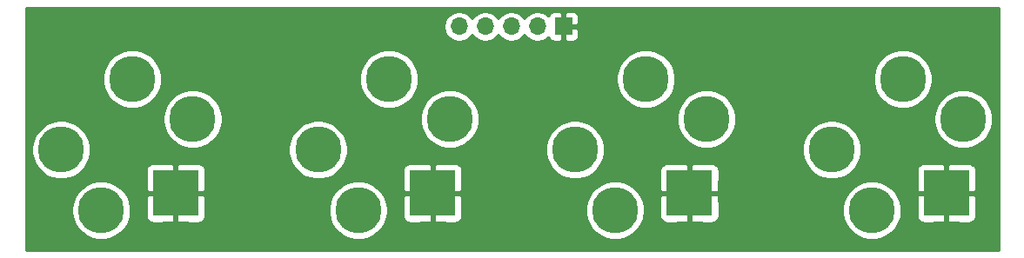
<source format=gbr>
G04 #@! TF.GenerationSoftware,KiCad,Pcbnew,5.1.6-c6e7f7d~87~ubuntu20.04.1*
G04 #@! TF.CreationDate,2020-10-18T21:18:21-04:00*
G04 #@! TF.ProjectId,jackboard4,6a61636b-626f-4617-9264-342e6b696361,rev?*
G04 #@! TF.SameCoordinates,Original*
G04 #@! TF.FileFunction,Copper,L2,Bot*
G04 #@! TF.FilePolarity,Positive*
%FSLAX46Y46*%
G04 Gerber Fmt 4.6, Leading zero omitted, Abs format (unit mm)*
G04 Created by KiCad (PCBNEW 5.1.6-c6e7f7d~87~ubuntu20.04.1) date 2020-10-18 21:18:21*
%MOMM*%
%LPD*%
G01*
G04 APERTURE LIST*
G04 #@! TA.AperFunction,ComponentPad*
%ADD10C,4.500001*%
G04 #@! TD*
G04 #@! TA.AperFunction,ComponentPad*
%ADD11C,4.500000*%
G04 #@! TD*
G04 #@! TA.AperFunction,ComponentPad*
%ADD12R,4.500001X4.500001*%
G04 #@! TD*
G04 #@! TA.AperFunction,ComponentPad*
%ADD13O,1.700000X1.700000*%
G04 #@! TD*
G04 #@! TA.AperFunction,ComponentPad*
%ADD14R,1.700000X1.700000*%
G04 #@! TD*
G04 #@! TA.AperFunction,Conductor*
%ADD15C,0.254000*%
G04 #@! TD*
G04 APERTURE END LIST*
D10*
X215010000Y-201410000D03*
D11*
X223910000Y-192510000D03*
D10*
X211110000Y-195510000D03*
D12*
X222250000Y-199750000D03*
D11*
X218010000Y-188610000D03*
D10*
X240010000Y-201410000D03*
D11*
X248910000Y-192510000D03*
D10*
X236110000Y-195510000D03*
D12*
X247250000Y-199750000D03*
D11*
X243010000Y-188610000D03*
D10*
X190010000Y-201410000D03*
D11*
X198910000Y-192510000D03*
D10*
X186110000Y-195510000D03*
D12*
X197250000Y-199750000D03*
D11*
X193010000Y-188610000D03*
D10*
X165010000Y-201410000D03*
D11*
X173910000Y-192510000D03*
D10*
X161110000Y-195510000D03*
D12*
X172250000Y-199750000D03*
D11*
X168010000Y-188610000D03*
D13*
X199840000Y-183500000D03*
X202380000Y-183500000D03*
X204920000Y-183500000D03*
X207460000Y-183500000D03*
D14*
X210000000Y-183500000D03*
D15*
G36*
X252340001Y-205340000D02*
G01*
X157660000Y-205340000D01*
X157660000Y-201125852D01*
X162125000Y-201125852D01*
X162125000Y-201694148D01*
X162235869Y-202251523D01*
X162453346Y-202776560D01*
X162769074Y-203249080D01*
X163170920Y-203650926D01*
X163643440Y-203966654D01*
X164168477Y-204184131D01*
X164725852Y-204295000D01*
X165294148Y-204295000D01*
X165851523Y-204184131D01*
X166376560Y-203966654D01*
X166849080Y-203650926D01*
X167250926Y-203249080D01*
X167566654Y-202776560D01*
X167784131Y-202251523D01*
X167834162Y-202000000D01*
X169361928Y-202000000D01*
X169374188Y-202124482D01*
X169410498Y-202244180D01*
X169469463Y-202354494D01*
X169548815Y-202451185D01*
X169645506Y-202530537D01*
X169755820Y-202589502D01*
X169875518Y-202625812D01*
X170000000Y-202638072D01*
X171964250Y-202635000D01*
X172123000Y-202476250D01*
X172123000Y-199877000D01*
X172377000Y-199877000D01*
X172377000Y-202476250D01*
X172535750Y-202635000D01*
X174500000Y-202638072D01*
X174624482Y-202625812D01*
X174744180Y-202589502D01*
X174854494Y-202530537D01*
X174951185Y-202451185D01*
X175030537Y-202354494D01*
X175089502Y-202244180D01*
X175125812Y-202124482D01*
X175138072Y-202000000D01*
X175136705Y-201125852D01*
X187125000Y-201125852D01*
X187125000Y-201694148D01*
X187235869Y-202251523D01*
X187453346Y-202776560D01*
X187769074Y-203249080D01*
X188170920Y-203650926D01*
X188643440Y-203966654D01*
X189168477Y-204184131D01*
X189725852Y-204295000D01*
X190294148Y-204295000D01*
X190851523Y-204184131D01*
X191376560Y-203966654D01*
X191849080Y-203650926D01*
X192250926Y-203249080D01*
X192566654Y-202776560D01*
X192784131Y-202251523D01*
X192834162Y-202000000D01*
X194361928Y-202000000D01*
X194374188Y-202124482D01*
X194410498Y-202244180D01*
X194469463Y-202354494D01*
X194548815Y-202451185D01*
X194645506Y-202530537D01*
X194755820Y-202589502D01*
X194875518Y-202625812D01*
X195000000Y-202638072D01*
X196964250Y-202635000D01*
X197123000Y-202476250D01*
X197123000Y-199877000D01*
X197377000Y-199877000D01*
X197377000Y-202476250D01*
X197535750Y-202635000D01*
X199500000Y-202638072D01*
X199624482Y-202625812D01*
X199744180Y-202589502D01*
X199854494Y-202530537D01*
X199951185Y-202451185D01*
X200030537Y-202354494D01*
X200089502Y-202244180D01*
X200125812Y-202124482D01*
X200138072Y-202000000D01*
X200136705Y-201125852D01*
X212125000Y-201125852D01*
X212125000Y-201694148D01*
X212235869Y-202251523D01*
X212453346Y-202776560D01*
X212769074Y-203249080D01*
X213170920Y-203650926D01*
X213643440Y-203966654D01*
X214168477Y-204184131D01*
X214725852Y-204295000D01*
X215294148Y-204295000D01*
X215851523Y-204184131D01*
X216376560Y-203966654D01*
X216849080Y-203650926D01*
X217250926Y-203249080D01*
X217566654Y-202776560D01*
X217784131Y-202251523D01*
X217834162Y-202000000D01*
X219361928Y-202000000D01*
X219374188Y-202124482D01*
X219410498Y-202244180D01*
X219469463Y-202354494D01*
X219548815Y-202451185D01*
X219645506Y-202530537D01*
X219755820Y-202589502D01*
X219875518Y-202625812D01*
X220000000Y-202638072D01*
X221964250Y-202635000D01*
X222123000Y-202476250D01*
X222123000Y-199877000D01*
X222377000Y-199877000D01*
X222377000Y-202476250D01*
X222535750Y-202635000D01*
X224500000Y-202638072D01*
X224624482Y-202625812D01*
X224744180Y-202589502D01*
X224854494Y-202530537D01*
X224951185Y-202451185D01*
X225030537Y-202354494D01*
X225089502Y-202244180D01*
X225125812Y-202124482D01*
X225138072Y-202000000D01*
X225136705Y-201125852D01*
X237125000Y-201125852D01*
X237125000Y-201694148D01*
X237235869Y-202251523D01*
X237453346Y-202776560D01*
X237769074Y-203249080D01*
X238170920Y-203650926D01*
X238643440Y-203966654D01*
X239168477Y-204184131D01*
X239725852Y-204295000D01*
X240294148Y-204295000D01*
X240851523Y-204184131D01*
X241376560Y-203966654D01*
X241849080Y-203650926D01*
X242250926Y-203249080D01*
X242566654Y-202776560D01*
X242784131Y-202251523D01*
X242834162Y-202000000D01*
X244361928Y-202000000D01*
X244374188Y-202124482D01*
X244410498Y-202244180D01*
X244469463Y-202354494D01*
X244548815Y-202451185D01*
X244645506Y-202530537D01*
X244755820Y-202589502D01*
X244875518Y-202625812D01*
X245000000Y-202638072D01*
X246964250Y-202635000D01*
X247123000Y-202476250D01*
X247123000Y-199877000D01*
X247377000Y-199877000D01*
X247377000Y-202476250D01*
X247535750Y-202635000D01*
X249500000Y-202638072D01*
X249624482Y-202625812D01*
X249744180Y-202589502D01*
X249854494Y-202530537D01*
X249951185Y-202451185D01*
X250030537Y-202354494D01*
X250089502Y-202244180D01*
X250125812Y-202124482D01*
X250138072Y-202000000D01*
X250135000Y-200035750D01*
X249976250Y-199877000D01*
X247377000Y-199877000D01*
X247123000Y-199877000D01*
X244523750Y-199877000D01*
X244365000Y-200035750D01*
X244361928Y-202000000D01*
X242834162Y-202000000D01*
X242895000Y-201694148D01*
X242895000Y-201125852D01*
X242784131Y-200568477D01*
X242566654Y-200043440D01*
X242250926Y-199570920D01*
X241849080Y-199169074D01*
X241376560Y-198853346D01*
X240851523Y-198635869D01*
X240294148Y-198525000D01*
X239725852Y-198525000D01*
X239168477Y-198635869D01*
X238643440Y-198853346D01*
X238170920Y-199169074D01*
X237769074Y-199570920D01*
X237453346Y-200043440D01*
X237235869Y-200568477D01*
X237125000Y-201125852D01*
X225136705Y-201125852D01*
X225135000Y-200035750D01*
X224976250Y-199877000D01*
X222377000Y-199877000D01*
X222123000Y-199877000D01*
X219523750Y-199877000D01*
X219365000Y-200035750D01*
X219361928Y-202000000D01*
X217834162Y-202000000D01*
X217895000Y-201694148D01*
X217895000Y-201125852D01*
X217784131Y-200568477D01*
X217566654Y-200043440D01*
X217250926Y-199570920D01*
X216849080Y-199169074D01*
X216376560Y-198853346D01*
X215851523Y-198635869D01*
X215294148Y-198525000D01*
X214725852Y-198525000D01*
X214168477Y-198635869D01*
X213643440Y-198853346D01*
X213170920Y-199169074D01*
X212769074Y-199570920D01*
X212453346Y-200043440D01*
X212235869Y-200568477D01*
X212125000Y-201125852D01*
X200136705Y-201125852D01*
X200135000Y-200035750D01*
X199976250Y-199877000D01*
X197377000Y-199877000D01*
X197123000Y-199877000D01*
X194523750Y-199877000D01*
X194365000Y-200035750D01*
X194361928Y-202000000D01*
X192834162Y-202000000D01*
X192895000Y-201694148D01*
X192895000Y-201125852D01*
X192784131Y-200568477D01*
X192566654Y-200043440D01*
X192250926Y-199570920D01*
X191849080Y-199169074D01*
X191376560Y-198853346D01*
X190851523Y-198635869D01*
X190294148Y-198525000D01*
X189725852Y-198525000D01*
X189168477Y-198635869D01*
X188643440Y-198853346D01*
X188170920Y-199169074D01*
X187769074Y-199570920D01*
X187453346Y-200043440D01*
X187235869Y-200568477D01*
X187125000Y-201125852D01*
X175136705Y-201125852D01*
X175135000Y-200035750D01*
X174976250Y-199877000D01*
X172377000Y-199877000D01*
X172123000Y-199877000D01*
X169523750Y-199877000D01*
X169365000Y-200035750D01*
X169361928Y-202000000D01*
X167834162Y-202000000D01*
X167895000Y-201694148D01*
X167895000Y-201125852D01*
X167784131Y-200568477D01*
X167566654Y-200043440D01*
X167250926Y-199570920D01*
X166849080Y-199169074D01*
X166376560Y-198853346D01*
X165851523Y-198635869D01*
X165294148Y-198525000D01*
X164725852Y-198525000D01*
X164168477Y-198635869D01*
X163643440Y-198853346D01*
X163170920Y-199169074D01*
X162769074Y-199570920D01*
X162453346Y-200043440D01*
X162235869Y-200568477D01*
X162125000Y-201125852D01*
X157660000Y-201125852D01*
X157660000Y-195225852D01*
X158225000Y-195225852D01*
X158225000Y-195794148D01*
X158335869Y-196351523D01*
X158553346Y-196876560D01*
X158869074Y-197349080D01*
X159270920Y-197750926D01*
X159743440Y-198066654D01*
X160268477Y-198284131D01*
X160825852Y-198395000D01*
X161394148Y-198395000D01*
X161951523Y-198284131D01*
X162476560Y-198066654D01*
X162949080Y-197750926D01*
X163200006Y-197500000D01*
X169361928Y-197500000D01*
X169365000Y-199464250D01*
X169523750Y-199623000D01*
X172123000Y-199623000D01*
X172123000Y-197023750D01*
X172377000Y-197023750D01*
X172377000Y-199623000D01*
X174976250Y-199623000D01*
X175135000Y-199464250D01*
X175138072Y-197500000D01*
X175125812Y-197375518D01*
X175089502Y-197255820D01*
X175030537Y-197145506D01*
X174951185Y-197048815D01*
X174854494Y-196969463D01*
X174744180Y-196910498D01*
X174624482Y-196874188D01*
X174500000Y-196861928D01*
X172535750Y-196865000D01*
X172377000Y-197023750D01*
X172123000Y-197023750D01*
X171964250Y-196865000D01*
X170000000Y-196861928D01*
X169875518Y-196874188D01*
X169755820Y-196910498D01*
X169645506Y-196969463D01*
X169548815Y-197048815D01*
X169469463Y-197145506D01*
X169410498Y-197255820D01*
X169374188Y-197375518D01*
X169361928Y-197500000D01*
X163200006Y-197500000D01*
X163350926Y-197349080D01*
X163666654Y-196876560D01*
X163884131Y-196351523D01*
X163995000Y-195794148D01*
X163995000Y-195225852D01*
X163884131Y-194668477D01*
X163666654Y-194143440D01*
X163350926Y-193670920D01*
X162949080Y-193269074D01*
X162476560Y-192953346D01*
X161951523Y-192735869D01*
X161394148Y-192625000D01*
X160825852Y-192625000D01*
X160268477Y-192735869D01*
X159743440Y-192953346D01*
X159270920Y-193269074D01*
X158869074Y-193670920D01*
X158553346Y-194143440D01*
X158335869Y-194668477D01*
X158225000Y-195225852D01*
X157660000Y-195225852D01*
X157660000Y-192225852D01*
X171025000Y-192225852D01*
X171025000Y-192794148D01*
X171135869Y-193351523D01*
X171353346Y-193876560D01*
X171669074Y-194349080D01*
X172070920Y-194750926D01*
X172543440Y-195066654D01*
X173068477Y-195284131D01*
X173625852Y-195395000D01*
X174194148Y-195395000D01*
X174751523Y-195284131D01*
X174892221Y-195225852D01*
X183225000Y-195225852D01*
X183225000Y-195794148D01*
X183335869Y-196351523D01*
X183553346Y-196876560D01*
X183869074Y-197349080D01*
X184270920Y-197750926D01*
X184743440Y-198066654D01*
X185268477Y-198284131D01*
X185825852Y-198395000D01*
X186394148Y-198395000D01*
X186951523Y-198284131D01*
X187476560Y-198066654D01*
X187949080Y-197750926D01*
X188200006Y-197500000D01*
X194361928Y-197500000D01*
X194365000Y-199464250D01*
X194523750Y-199623000D01*
X197123000Y-199623000D01*
X197123000Y-197023750D01*
X197377000Y-197023750D01*
X197377000Y-199623000D01*
X199976250Y-199623000D01*
X200135000Y-199464250D01*
X200138072Y-197500000D01*
X200125812Y-197375518D01*
X200089502Y-197255820D01*
X200030537Y-197145506D01*
X199951185Y-197048815D01*
X199854494Y-196969463D01*
X199744180Y-196910498D01*
X199624482Y-196874188D01*
X199500000Y-196861928D01*
X197535750Y-196865000D01*
X197377000Y-197023750D01*
X197123000Y-197023750D01*
X196964250Y-196865000D01*
X195000000Y-196861928D01*
X194875518Y-196874188D01*
X194755820Y-196910498D01*
X194645506Y-196969463D01*
X194548815Y-197048815D01*
X194469463Y-197145506D01*
X194410498Y-197255820D01*
X194374188Y-197375518D01*
X194361928Y-197500000D01*
X188200006Y-197500000D01*
X188350926Y-197349080D01*
X188666654Y-196876560D01*
X188884131Y-196351523D01*
X188995000Y-195794148D01*
X188995000Y-195225852D01*
X188884131Y-194668477D01*
X188666654Y-194143440D01*
X188350926Y-193670920D01*
X187949080Y-193269074D01*
X187476560Y-192953346D01*
X186951523Y-192735869D01*
X186394148Y-192625000D01*
X185825852Y-192625000D01*
X185268477Y-192735869D01*
X184743440Y-192953346D01*
X184270920Y-193269074D01*
X183869074Y-193670920D01*
X183553346Y-194143440D01*
X183335869Y-194668477D01*
X183225000Y-195225852D01*
X174892221Y-195225852D01*
X175276560Y-195066654D01*
X175749080Y-194750926D01*
X176150926Y-194349080D01*
X176466654Y-193876560D01*
X176684131Y-193351523D01*
X176795000Y-192794148D01*
X176795000Y-192225852D01*
X196025000Y-192225852D01*
X196025000Y-192794148D01*
X196135869Y-193351523D01*
X196353346Y-193876560D01*
X196669074Y-194349080D01*
X197070920Y-194750926D01*
X197543440Y-195066654D01*
X198068477Y-195284131D01*
X198625852Y-195395000D01*
X199194148Y-195395000D01*
X199751523Y-195284131D01*
X199892221Y-195225852D01*
X208225000Y-195225852D01*
X208225000Y-195794148D01*
X208335869Y-196351523D01*
X208553346Y-196876560D01*
X208869074Y-197349080D01*
X209270920Y-197750926D01*
X209743440Y-198066654D01*
X210268477Y-198284131D01*
X210825852Y-198395000D01*
X211394148Y-198395000D01*
X211951523Y-198284131D01*
X212476560Y-198066654D01*
X212949080Y-197750926D01*
X213200006Y-197500000D01*
X219361928Y-197500000D01*
X219365000Y-199464250D01*
X219523750Y-199623000D01*
X222123000Y-199623000D01*
X222123000Y-197023750D01*
X222377000Y-197023750D01*
X222377000Y-199623000D01*
X224976250Y-199623000D01*
X225135000Y-199464250D01*
X225138072Y-197500000D01*
X225125812Y-197375518D01*
X225089502Y-197255820D01*
X225030537Y-197145506D01*
X224951185Y-197048815D01*
X224854494Y-196969463D01*
X224744180Y-196910498D01*
X224624482Y-196874188D01*
X224500000Y-196861928D01*
X222535750Y-196865000D01*
X222377000Y-197023750D01*
X222123000Y-197023750D01*
X221964250Y-196865000D01*
X220000000Y-196861928D01*
X219875518Y-196874188D01*
X219755820Y-196910498D01*
X219645506Y-196969463D01*
X219548815Y-197048815D01*
X219469463Y-197145506D01*
X219410498Y-197255820D01*
X219374188Y-197375518D01*
X219361928Y-197500000D01*
X213200006Y-197500000D01*
X213350926Y-197349080D01*
X213666654Y-196876560D01*
X213884131Y-196351523D01*
X213995000Y-195794148D01*
X213995000Y-195225852D01*
X213884131Y-194668477D01*
X213666654Y-194143440D01*
X213350926Y-193670920D01*
X212949080Y-193269074D01*
X212476560Y-192953346D01*
X211951523Y-192735869D01*
X211394148Y-192625000D01*
X210825852Y-192625000D01*
X210268477Y-192735869D01*
X209743440Y-192953346D01*
X209270920Y-193269074D01*
X208869074Y-193670920D01*
X208553346Y-194143440D01*
X208335869Y-194668477D01*
X208225000Y-195225852D01*
X199892221Y-195225852D01*
X200276560Y-195066654D01*
X200749080Y-194750926D01*
X201150926Y-194349080D01*
X201466654Y-193876560D01*
X201684131Y-193351523D01*
X201795000Y-192794148D01*
X201795000Y-192225852D01*
X221025000Y-192225852D01*
X221025000Y-192794148D01*
X221135869Y-193351523D01*
X221353346Y-193876560D01*
X221669074Y-194349080D01*
X222070920Y-194750926D01*
X222543440Y-195066654D01*
X223068477Y-195284131D01*
X223625852Y-195395000D01*
X224194148Y-195395000D01*
X224751523Y-195284131D01*
X224892221Y-195225852D01*
X233225000Y-195225852D01*
X233225000Y-195794148D01*
X233335869Y-196351523D01*
X233553346Y-196876560D01*
X233869074Y-197349080D01*
X234270920Y-197750926D01*
X234743440Y-198066654D01*
X235268477Y-198284131D01*
X235825852Y-198395000D01*
X236394148Y-198395000D01*
X236951523Y-198284131D01*
X237476560Y-198066654D01*
X237949080Y-197750926D01*
X238200006Y-197500000D01*
X244361928Y-197500000D01*
X244365000Y-199464250D01*
X244523750Y-199623000D01*
X247123000Y-199623000D01*
X247123000Y-197023750D01*
X247377000Y-197023750D01*
X247377000Y-199623000D01*
X249976250Y-199623000D01*
X250135000Y-199464250D01*
X250138072Y-197500000D01*
X250125812Y-197375518D01*
X250089502Y-197255820D01*
X250030537Y-197145506D01*
X249951185Y-197048815D01*
X249854494Y-196969463D01*
X249744180Y-196910498D01*
X249624482Y-196874188D01*
X249500000Y-196861928D01*
X247535750Y-196865000D01*
X247377000Y-197023750D01*
X247123000Y-197023750D01*
X246964250Y-196865000D01*
X245000000Y-196861928D01*
X244875518Y-196874188D01*
X244755820Y-196910498D01*
X244645506Y-196969463D01*
X244548815Y-197048815D01*
X244469463Y-197145506D01*
X244410498Y-197255820D01*
X244374188Y-197375518D01*
X244361928Y-197500000D01*
X238200006Y-197500000D01*
X238350926Y-197349080D01*
X238666654Y-196876560D01*
X238884131Y-196351523D01*
X238995000Y-195794148D01*
X238995000Y-195225852D01*
X238884131Y-194668477D01*
X238666654Y-194143440D01*
X238350926Y-193670920D01*
X237949080Y-193269074D01*
X237476560Y-192953346D01*
X236951523Y-192735869D01*
X236394148Y-192625000D01*
X235825852Y-192625000D01*
X235268477Y-192735869D01*
X234743440Y-192953346D01*
X234270920Y-193269074D01*
X233869074Y-193670920D01*
X233553346Y-194143440D01*
X233335869Y-194668477D01*
X233225000Y-195225852D01*
X224892221Y-195225852D01*
X225276560Y-195066654D01*
X225749080Y-194750926D01*
X226150926Y-194349080D01*
X226466654Y-193876560D01*
X226684131Y-193351523D01*
X226795000Y-192794148D01*
X226795000Y-192225852D01*
X246025000Y-192225852D01*
X246025000Y-192794148D01*
X246135869Y-193351523D01*
X246353346Y-193876560D01*
X246669074Y-194349080D01*
X247070920Y-194750926D01*
X247543440Y-195066654D01*
X248068477Y-195284131D01*
X248625852Y-195395000D01*
X249194148Y-195395000D01*
X249751523Y-195284131D01*
X250276560Y-195066654D01*
X250749080Y-194750926D01*
X251150926Y-194349080D01*
X251466654Y-193876560D01*
X251684131Y-193351523D01*
X251795000Y-192794148D01*
X251795000Y-192225852D01*
X251684131Y-191668477D01*
X251466654Y-191143440D01*
X251150926Y-190670920D01*
X250749080Y-190269074D01*
X250276560Y-189953346D01*
X249751523Y-189735869D01*
X249194148Y-189625000D01*
X248625852Y-189625000D01*
X248068477Y-189735869D01*
X247543440Y-189953346D01*
X247070920Y-190269074D01*
X246669074Y-190670920D01*
X246353346Y-191143440D01*
X246135869Y-191668477D01*
X246025000Y-192225852D01*
X226795000Y-192225852D01*
X226684131Y-191668477D01*
X226466654Y-191143440D01*
X226150926Y-190670920D01*
X225749080Y-190269074D01*
X225276560Y-189953346D01*
X224751523Y-189735869D01*
X224194148Y-189625000D01*
X223625852Y-189625000D01*
X223068477Y-189735869D01*
X222543440Y-189953346D01*
X222070920Y-190269074D01*
X221669074Y-190670920D01*
X221353346Y-191143440D01*
X221135869Y-191668477D01*
X221025000Y-192225852D01*
X201795000Y-192225852D01*
X201684131Y-191668477D01*
X201466654Y-191143440D01*
X201150926Y-190670920D01*
X200749080Y-190269074D01*
X200276560Y-189953346D01*
X199751523Y-189735869D01*
X199194148Y-189625000D01*
X198625852Y-189625000D01*
X198068477Y-189735869D01*
X197543440Y-189953346D01*
X197070920Y-190269074D01*
X196669074Y-190670920D01*
X196353346Y-191143440D01*
X196135869Y-191668477D01*
X196025000Y-192225852D01*
X176795000Y-192225852D01*
X176684131Y-191668477D01*
X176466654Y-191143440D01*
X176150926Y-190670920D01*
X175749080Y-190269074D01*
X175276560Y-189953346D01*
X174751523Y-189735869D01*
X174194148Y-189625000D01*
X173625852Y-189625000D01*
X173068477Y-189735869D01*
X172543440Y-189953346D01*
X172070920Y-190269074D01*
X171669074Y-190670920D01*
X171353346Y-191143440D01*
X171135869Y-191668477D01*
X171025000Y-192225852D01*
X157660000Y-192225852D01*
X157660000Y-188325852D01*
X165125000Y-188325852D01*
X165125000Y-188894148D01*
X165235869Y-189451523D01*
X165453346Y-189976560D01*
X165769074Y-190449080D01*
X166170920Y-190850926D01*
X166643440Y-191166654D01*
X167168477Y-191384131D01*
X167725852Y-191495000D01*
X168294148Y-191495000D01*
X168851523Y-191384131D01*
X169376560Y-191166654D01*
X169849080Y-190850926D01*
X170250926Y-190449080D01*
X170566654Y-189976560D01*
X170784131Y-189451523D01*
X170895000Y-188894148D01*
X170895000Y-188325852D01*
X190125000Y-188325852D01*
X190125000Y-188894148D01*
X190235869Y-189451523D01*
X190453346Y-189976560D01*
X190769074Y-190449080D01*
X191170920Y-190850926D01*
X191643440Y-191166654D01*
X192168477Y-191384131D01*
X192725852Y-191495000D01*
X193294148Y-191495000D01*
X193851523Y-191384131D01*
X194376560Y-191166654D01*
X194849080Y-190850926D01*
X195250926Y-190449080D01*
X195566654Y-189976560D01*
X195784131Y-189451523D01*
X195895000Y-188894148D01*
X195895000Y-188325852D01*
X215125000Y-188325852D01*
X215125000Y-188894148D01*
X215235869Y-189451523D01*
X215453346Y-189976560D01*
X215769074Y-190449080D01*
X216170920Y-190850926D01*
X216643440Y-191166654D01*
X217168477Y-191384131D01*
X217725852Y-191495000D01*
X218294148Y-191495000D01*
X218851523Y-191384131D01*
X219376560Y-191166654D01*
X219849080Y-190850926D01*
X220250926Y-190449080D01*
X220566654Y-189976560D01*
X220784131Y-189451523D01*
X220895000Y-188894148D01*
X220895000Y-188325852D01*
X240125000Y-188325852D01*
X240125000Y-188894148D01*
X240235869Y-189451523D01*
X240453346Y-189976560D01*
X240769074Y-190449080D01*
X241170920Y-190850926D01*
X241643440Y-191166654D01*
X242168477Y-191384131D01*
X242725852Y-191495000D01*
X243294148Y-191495000D01*
X243851523Y-191384131D01*
X244376560Y-191166654D01*
X244849080Y-190850926D01*
X245250926Y-190449080D01*
X245566654Y-189976560D01*
X245784131Y-189451523D01*
X245895000Y-188894148D01*
X245895000Y-188325852D01*
X245784131Y-187768477D01*
X245566654Y-187243440D01*
X245250926Y-186770920D01*
X244849080Y-186369074D01*
X244376560Y-186053346D01*
X243851523Y-185835869D01*
X243294148Y-185725000D01*
X242725852Y-185725000D01*
X242168477Y-185835869D01*
X241643440Y-186053346D01*
X241170920Y-186369074D01*
X240769074Y-186770920D01*
X240453346Y-187243440D01*
X240235869Y-187768477D01*
X240125000Y-188325852D01*
X220895000Y-188325852D01*
X220784131Y-187768477D01*
X220566654Y-187243440D01*
X220250926Y-186770920D01*
X219849080Y-186369074D01*
X219376560Y-186053346D01*
X218851523Y-185835869D01*
X218294148Y-185725000D01*
X217725852Y-185725000D01*
X217168477Y-185835869D01*
X216643440Y-186053346D01*
X216170920Y-186369074D01*
X215769074Y-186770920D01*
X215453346Y-187243440D01*
X215235869Y-187768477D01*
X215125000Y-188325852D01*
X195895000Y-188325852D01*
X195784131Y-187768477D01*
X195566654Y-187243440D01*
X195250926Y-186770920D01*
X194849080Y-186369074D01*
X194376560Y-186053346D01*
X193851523Y-185835869D01*
X193294148Y-185725000D01*
X192725852Y-185725000D01*
X192168477Y-185835869D01*
X191643440Y-186053346D01*
X191170920Y-186369074D01*
X190769074Y-186770920D01*
X190453346Y-187243440D01*
X190235869Y-187768477D01*
X190125000Y-188325852D01*
X170895000Y-188325852D01*
X170784131Y-187768477D01*
X170566654Y-187243440D01*
X170250926Y-186770920D01*
X169849080Y-186369074D01*
X169376560Y-186053346D01*
X168851523Y-185835869D01*
X168294148Y-185725000D01*
X167725852Y-185725000D01*
X167168477Y-185835869D01*
X166643440Y-186053346D01*
X166170920Y-186369074D01*
X165769074Y-186770920D01*
X165453346Y-187243440D01*
X165235869Y-187768477D01*
X165125000Y-188325852D01*
X157660000Y-188325852D01*
X157660000Y-183353740D01*
X198355000Y-183353740D01*
X198355000Y-183646260D01*
X198412068Y-183933158D01*
X198524010Y-184203411D01*
X198686525Y-184446632D01*
X198893368Y-184653475D01*
X199136589Y-184815990D01*
X199406842Y-184927932D01*
X199693740Y-184985000D01*
X199986260Y-184985000D01*
X200273158Y-184927932D01*
X200543411Y-184815990D01*
X200786632Y-184653475D01*
X200993475Y-184446632D01*
X201110000Y-184272240D01*
X201226525Y-184446632D01*
X201433368Y-184653475D01*
X201676589Y-184815990D01*
X201946842Y-184927932D01*
X202233740Y-184985000D01*
X202526260Y-184985000D01*
X202813158Y-184927932D01*
X203083411Y-184815990D01*
X203326632Y-184653475D01*
X203533475Y-184446632D01*
X203650000Y-184272240D01*
X203766525Y-184446632D01*
X203973368Y-184653475D01*
X204216589Y-184815990D01*
X204486842Y-184927932D01*
X204773740Y-184985000D01*
X205066260Y-184985000D01*
X205353158Y-184927932D01*
X205623411Y-184815990D01*
X205866632Y-184653475D01*
X206073475Y-184446632D01*
X206190000Y-184272240D01*
X206306525Y-184446632D01*
X206513368Y-184653475D01*
X206756589Y-184815990D01*
X207026842Y-184927932D01*
X207313740Y-184985000D01*
X207606260Y-184985000D01*
X207893158Y-184927932D01*
X208163411Y-184815990D01*
X208406632Y-184653475D01*
X208538487Y-184521620D01*
X208560498Y-184594180D01*
X208619463Y-184704494D01*
X208698815Y-184801185D01*
X208795506Y-184880537D01*
X208905820Y-184939502D01*
X209025518Y-184975812D01*
X209150000Y-184988072D01*
X209714250Y-184985000D01*
X209873000Y-184826250D01*
X209873000Y-183627000D01*
X210127000Y-183627000D01*
X210127000Y-184826250D01*
X210285750Y-184985000D01*
X210850000Y-184988072D01*
X210974482Y-184975812D01*
X211094180Y-184939502D01*
X211204494Y-184880537D01*
X211301185Y-184801185D01*
X211380537Y-184704494D01*
X211439502Y-184594180D01*
X211475812Y-184474482D01*
X211488072Y-184350000D01*
X211485000Y-183785750D01*
X211326250Y-183627000D01*
X210127000Y-183627000D01*
X209873000Y-183627000D01*
X209853000Y-183627000D01*
X209853000Y-183373000D01*
X209873000Y-183373000D01*
X209873000Y-182173750D01*
X210127000Y-182173750D01*
X210127000Y-183373000D01*
X211326250Y-183373000D01*
X211485000Y-183214250D01*
X211488072Y-182650000D01*
X211475812Y-182525518D01*
X211439502Y-182405820D01*
X211380537Y-182295506D01*
X211301185Y-182198815D01*
X211204494Y-182119463D01*
X211094180Y-182060498D01*
X210974482Y-182024188D01*
X210850000Y-182011928D01*
X210285750Y-182015000D01*
X210127000Y-182173750D01*
X209873000Y-182173750D01*
X209714250Y-182015000D01*
X209150000Y-182011928D01*
X209025518Y-182024188D01*
X208905820Y-182060498D01*
X208795506Y-182119463D01*
X208698815Y-182198815D01*
X208619463Y-182295506D01*
X208560498Y-182405820D01*
X208538487Y-182478380D01*
X208406632Y-182346525D01*
X208163411Y-182184010D01*
X207893158Y-182072068D01*
X207606260Y-182015000D01*
X207313740Y-182015000D01*
X207026842Y-182072068D01*
X206756589Y-182184010D01*
X206513368Y-182346525D01*
X206306525Y-182553368D01*
X206190000Y-182727760D01*
X206073475Y-182553368D01*
X205866632Y-182346525D01*
X205623411Y-182184010D01*
X205353158Y-182072068D01*
X205066260Y-182015000D01*
X204773740Y-182015000D01*
X204486842Y-182072068D01*
X204216589Y-182184010D01*
X203973368Y-182346525D01*
X203766525Y-182553368D01*
X203650000Y-182727760D01*
X203533475Y-182553368D01*
X203326632Y-182346525D01*
X203083411Y-182184010D01*
X202813158Y-182072068D01*
X202526260Y-182015000D01*
X202233740Y-182015000D01*
X201946842Y-182072068D01*
X201676589Y-182184010D01*
X201433368Y-182346525D01*
X201226525Y-182553368D01*
X201110000Y-182727760D01*
X200993475Y-182553368D01*
X200786632Y-182346525D01*
X200543411Y-182184010D01*
X200273158Y-182072068D01*
X199986260Y-182015000D01*
X199693740Y-182015000D01*
X199406842Y-182072068D01*
X199136589Y-182184010D01*
X198893368Y-182346525D01*
X198686525Y-182553368D01*
X198524010Y-182796589D01*
X198412068Y-183066842D01*
X198355000Y-183353740D01*
X157660000Y-183353740D01*
X157660000Y-181660000D01*
X252340000Y-181660000D01*
X252340001Y-205340000D01*
G37*
X252340001Y-205340000D02*
X157660000Y-205340000D01*
X157660000Y-201125852D01*
X162125000Y-201125852D01*
X162125000Y-201694148D01*
X162235869Y-202251523D01*
X162453346Y-202776560D01*
X162769074Y-203249080D01*
X163170920Y-203650926D01*
X163643440Y-203966654D01*
X164168477Y-204184131D01*
X164725852Y-204295000D01*
X165294148Y-204295000D01*
X165851523Y-204184131D01*
X166376560Y-203966654D01*
X166849080Y-203650926D01*
X167250926Y-203249080D01*
X167566654Y-202776560D01*
X167784131Y-202251523D01*
X167834162Y-202000000D01*
X169361928Y-202000000D01*
X169374188Y-202124482D01*
X169410498Y-202244180D01*
X169469463Y-202354494D01*
X169548815Y-202451185D01*
X169645506Y-202530537D01*
X169755820Y-202589502D01*
X169875518Y-202625812D01*
X170000000Y-202638072D01*
X171964250Y-202635000D01*
X172123000Y-202476250D01*
X172123000Y-199877000D01*
X172377000Y-199877000D01*
X172377000Y-202476250D01*
X172535750Y-202635000D01*
X174500000Y-202638072D01*
X174624482Y-202625812D01*
X174744180Y-202589502D01*
X174854494Y-202530537D01*
X174951185Y-202451185D01*
X175030537Y-202354494D01*
X175089502Y-202244180D01*
X175125812Y-202124482D01*
X175138072Y-202000000D01*
X175136705Y-201125852D01*
X187125000Y-201125852D01*
X187125000Y-201694148D01*
X187235869Y-202251523D01*
X187453346Y-202776560D01*
X187769074Y-203249080D01*
X188170920Y-203650926D01*
X188643440Y-203966654D01*
X189168477Y-204184131D01*
X189725852Y-204295000D01*
X190294148Y-204295000D01*
X190851523Y-204184131D01*
X191376560Y-203966654D01*
X191849080Y-203650926D01*
X192250926Y-203249080D01*
X192566654Y-202776560D01*
X192784131Y-202251523D01*
X192834162Y-202000000D01*
X194361928Y-202000000D01*
X194374188Y-202124482D01*
X194410498Y-202244180D01*
X194469463Y-202354494D01*
X194548815Y-202451185D01*
X194645506Y-202530537D01*
X194755820Y-202589502D01*
X194875518Y-202625812D01*
X195000000Y-202638072D01*
X196964250Y-202635000D01*
X197123000Y-202476250D01*
X197123000Y-199877000D01*
X197377000Y-199877000D01*
X197377000Y-202476250D01*
X197535750Y-202635000D01*
X199500000Y-202638072D01*
X199624482Y-202625812D01*
X199744180Y-202589502D01*
X199854494Y-202530537D01*
X199951185Y-202451185D01*
X200030537Y-202354494D01*
X200089502Y-202244180D01*
X200125812Y-202124482D01*
X200138072Y-202000000D01*
X200136705Y-201125852D01*
X212125000Y-201125852D01*
X212125000Y-201694148D01*
X212235869Y-202251523D01*
X212453346Y-202776560D01*
X212769074Y-203249080D01*
X213170920Y-203650926D01*
X213643440Y-203966654D01*
X214168477Y-204184131D01*
X214725852Y-204295000D01*
X215294148Y-204295000D01*
X215851523Y-204184131D01*
X216376560Y-203966654D01*
X216849080Y-203650926D01*
X217250926Y-203249080D01*
X217566654Y-202776560D01*
X217784131Y-202251523D01*
X217834162Y-202000000D01*
X219361928Y-202000000D01*
X219374188Y-202124482D01*
X219410498Y-202244180D01*
X219469463Y-202354494D01*
X219548815Y-202451185D01*
X219645506Y-202530537D01*
X219755820Y-202589502D01*
X219875518Y-202625812D01*
X220000000Y-202638072D01*
X221964250Y-202635000D01*
X222123000Y-202476250D01*
X222123000Y-199877000D01*
X222377000Y-199877000D01*
X222377000Y-202476250D01*
X222535750Y-202635000D01*
X224500000Y-202638072D01*
X224624482Y-202625812D01*
X224744180Y-202589502D01*
X224854494Y-202530537D01*
X224951185Y-202451185D01*
X225030537Y-202354494D01*
X225089502Y-202244180D01*
X225125812Y-202124482D01*
X225138072Y-202000000D01*
X225136705Y-201125852D01*
X237125000Y-201125852D01*
X237125000Y-201694148D01*
X237235869Y-202251523D01*
X237453346Y-202776560D01*
X237769074Y-203249080D01*
X238170920Y-203650926D01*
X238643440Y-203966654D01*
X239168477Y-204184131D01*
X239725852Y-204295000D01*
X240294148Y-204295000D01*
X240851523Y-204184131D01*
X241376560Y-203966654D01*
X241849080Y-203650926D01*
X242250926Y-203249080D01*
X242566654Y-202776560D01*
X242784131Y-202251523D01*
X242834162Y-202000000D01*
X244361928Y-202000000D01*
X244374188Y-202124482D01*
X244410498Y-202244180D01*
X244469463Y-202354494D01*
X244548815Y-202451185D01*
X244645506Y-202530537D01*
X244755820Y-202589502D01*
X244875518Y-202625812D01*
X245000000Y-202638072D01*
X246964250Y-202635000D01*
X247123000Y-202476250D01*
X247123000Y-199877000D01*
X247377000Y-199877000D01*
X247377000Y-202476250D01*
X247535750Y-202635000D01*
X249500000Y-202638072D01*
X249624482Y-202625812D01*
X249744180Y-202589502D01*
X249854494Y-202530537D01*
X249951185Y-202451185D01*
X250030537Y-202354494D01*
X250089502Y-202244180D01*
X250125812Y-202124482D01*
X250138072Y-202000000D01*
X250135000Y-200035750D01*
X249976250Y-199877000D01*
X247377000Y-199877000D01*
X247123000Y-199877000D01*
X244523750Y-199877000D01*
X244365000Y-200035750D01*
X244361928Y-202000000D01*
X242834162Y-202000000D01*
X242895000Y-201694148D01*
X242895000Y-201125852D01*
X242784131Y-200568477D01*
X242566654Y-200043440D01*
X242250926Y-199570920D01*
X241849080Y-199169074D01*
X241376560Y-198853346D01*
X240851523Y-198635869D01*
X240294148Y-198525000D01*
X239725852Y-198525000D01*
X239168477Y-198635869D01*
X238643440Y-198853346D01*
X238170920Y-199169074D01*
X237769074Y-199570920D01*
X237453346Y-200043440D01*
X237235869Y-200568477D01*
X237125000Y-201125852D01*
X225136705Y-201125852D01*
X225135000Y-200035750D01*
X224976250Y-199877000D01*
X222377000Y-199877000D01*
X222123000Y-199877000D01*
X219523750Y-199877000D01*
X219365000Y-200035750D01*
X219361928Y-202000000D01*
X217834162Y-202000000D01*
X217895000Y-201694148D01*
X217895000Y-201125852D01*
X217784131Y-200568477D01*
X217566654Y-200043440D01*
X217250926Y-199570920D01*
X216849080Y-199169074D01*
X216376560Y-198853346D01*
X215851523Y-198635869D01*
X215294148Y-198525000D01*
X214725852Y-198525000D01*
X214168477Y-198635869D01*
X213643440Y-198853346D01*
X213170920Y-199169074D01*
X212769074Y-199570920D01*
X212453346Y-200043440D01*
X212235869Y-200568477D01*
X212125000Y-201125852D01*
X200136705Y-201125852D01*
X200135000Y-200035750D01*
X199976250Y-199877000D01*
X197377000Y-199877000D01*
X197123000Y-199877000D01*
X194523750Y-199877000D01*
X194365000Y-200035750D01*
X194361928Y-202000000D01*
X192834162Y-202000000D01*
X192895000Y-201694148D01*
X192895000Y-201125852D01*
X192784131Y-200568477D01*
X192566654Y-200043440D01*
X192250926Y-199570920D01*
X191849080Y-199169074D01*
X191376560Y-198853346D01*
X190851523Y-198635869D01*
X190294148Y-198525000D01*
X189725852Y-198525000D01*
X189168477Y-198635869D01*
X188643440Y-198853346D01*
X188170920Y-199169074D01*
X187769074Y-199570920D01*
X187453346Y-200043440D01*
X187235869Y-200568477D01*
X187125000Y-201125852D01*
X175136705Y-201125852D01*
X175135000Y-200035750D01*
X174976250Y-199877000D01*
X172377000Y-199877000D01*
X172123000Y-199877000D01*
X169523750Y-199877000D01*
X169365000Y-200035750D01*
X169361928Y-202000000D01*
X167834162Y-202000000D01*
X167895000Y-201694148D01*
X167895000Y-201125852D01*
X167784131Y-200568477D01*
X167566654Y-200043440D01*
X167250926Y-199570920D01*
X166849080Y-199169074D01*
X166376560Y-198853346D01*
X165851523Y-198635869D01*
X165294148Y-198525000D01*
X164725852Y-198525000D01*
X164168477Y-198635869D01*
X163643440Y-198853346D01*
X163170920Y-199169074D01*
X162769074Y-199570920D01*
X162453346Y-200043440D01*
X162235869Y-200568477D01*
X162125000Y-201125852D01*
X157660000Y-201125852D01*
X157660000Y-195225852D01*
X158225000Y-195225852D01*
X158225000Y-195794148D01*
X158335869Y-196351523D01*
X158553346Y-196876560D01*
X158869074Y-197349080D01*
X159270920Y-197750926D01*
X159743440Y-198066654D01*
X160268477Y-198284131D01*
X160825852Y-198395000D01*
X161394148Y-198395000D01*
X161951523Y-198284131D01*
X162476560Y-198066654D01*
X162949080Y-197750926D01*
X163200006Y-197500000D01*
X169361928Y-197500000D01*
X169365000Y-199464250D01*
X169523750Y-199623000D01*
X172123000Y-199623000D01*
X172123000Y-197023750D01*
X172377000Y-197023750D01*
X172377000Y-199623000D01*
X174976250Y-199623000D01*
X175135000Y-199464250D01*
X175138072Y-197500000D01*
X175125812Y-197375518D01*
X175089502Y-197255820D01*
X175030537Y-197145506D01*
X174951185Y-197048815D01*
X174854494Y-196969463D01*
X174744180Y-196910498D01*
X174624482Y-196874188D01*
X174500000Y-196861928D01*
X172535750Y-196865000D01*
X172377000Y-197023750D01*
X172123000Y-197023750D01*
X171964250Y-196865000D01*
X170000000Y-196861928D01*
X169875518Y-196874188D01*
X169755820Y-196910498D01*
X169645506Y-196969463D01*
X169548815Y-197048815D01*
X169469463Y-197145506D01*
X169410498Y-197255820D01*
X169374188Y-197375518D01*
X169361928Y-197500000D01*
X163200006Y-197500000D01*
X163350926Y-197349080D01*
X163666654Y-196876560D01*
X163884131Y-196351523D01*
X163995000Y-195794148D01*
X163995000Y-195225852D01*
X163884131Y-194668477D01*
X163666654Y-194143440D01*
X163350926Y-193670920D01*
X162949080Y-193269074D01*
X162476560Y-192953346D01*
X161951523Y-192735869D01*
X161394148Y-192625000D01*
X160825852Y-192625000D01*
X160268477Y-192735869D01*
X159743440Y-192953346D01*
X159270920Y-193269074D01*
X158869074Y-193670920D01*
X158553346Y-194143440D01*
X158335869Y-194668477D01*
X158225000Y-195225852D01*
X157660000Y-195225852D01*
X157660000Y-192225852D01*
X171025000Y-192225852D01*
X171025000Y-192794148D01*
X171135869Y-193351523D01*
X171353346Y-193876560D01*
X171669074Y-194349080D01*
X172070920Y-194750926D01*
X172543440Y-195066654D01*
X173068477Y-195284131D01*
X173625852Y-195395000D01*
X174194148Y-195395000D01*
X174751523Y-195284131D01*
X174892221Y-195225852D01*
X183225000Y-195225852D01*
X183225000Y-195794148D01*
X183335869Y-196351523D01*
X183553346Y-196876560D01*
X183869074Y-197349080D01*
X184270920Y-197750926D01*
X184743440Y-198066654D01*
X185268477Y-198284131D01*
X185825852Y-198395000D01*
X186394148Y-198395000D01*
X186951523Y-198284131D01*
X187476560Y-198066654D01*
X187949080Y-197750926D01*
X188200006Y-197500000D01*
X194361928Y-197500000D01*
X194365000Y-199464250D01*
X194523750Y-199623000D01*
X197123000Y-199623000D01*
X197123000Y-197023750D01*
X197377000Y-197023750D01*
X197377000Y-199623000D01*
X199976250Y-199623000D01*
X200135000Y-199464250D01*
X200138072Y-197500000D01*
X200125812Y-197375518D01*
X200089502Y-197255820D01*
X200030537Y-197145506D01*
X199951185Y-197048815D01*
X199854494Y-196969463D01*
X199744180Y-196910498D01*
X199624482Y-196874188D01*
X199500000Y-196861928D01*
X197535750Y-196865000D01*
X197377000Y-197023750D01*
X197123000Y-197023750D01*
X196964250Y-196865000D01*
X195000000Y-196861928D01*
X194875518Y-196874188D01*
X194755820Y-196910498D01*
X194645506Y-196969463D01*
X194548815Y-197048815D01*
X194469463Y-197145506D01*
X194410498Y-197255820D01*
X194374188Y-197375518D01*
X194361928Y-197500000D01*
X188200006Y-197500000D01*
X188350926Y-197349080D01*
X188666654Y-196876560D01*
X188884131Y-196351523D01*
X188995000Y-195794148D01*
X188995000Y-195225852D01*
X188884131Y-194668477D01*
X188666654Y-194143440D01*
X188350926Y-193670920D01*
X187949080Y-193269074D01*
X187476560Y-192953346D01*
X186951523Y-192735869D01*
X186394148Y-192625000D01*
X185825852Y-192625000D01*
X185268477Y-192735869D01*
X184743440Y-192953346D01*
X184270920Y-193269074D01*
X183869074Y-193670920D01*
X183553346Y-194143440D01*
X183335869Y-194668477D01*
X183225000Y-195225852D01*
X174892221Y-195225852D01*
X175276560Y-195066654D01*
X175749080Y-194750926D01*
X176150926Y-194349080D01*
X176466654Y-193876560D01*
X176684131Y-193351523D01*
X176795000Y-192794148D01*
X176795000Y-192225852D01*
X196025000Y-192225852D01*
X196025000Y-192794148D01*
X196135869Y-193351523D01*
X196353346Y-193876560D01*
X196669074Y-194349080D01*
X197070920Y-194750926D01*
X197543440Y-195066654D01*
X198068477Y-195284131D01*
X198625852Y-195395000D01*
X199194148Y-195395000D01*
X199751523Y-195284131D01*
X199892221Y-195225852D01*
X208225000Y-195225852D01*
X208225000Y-195794148D01*
X208335869Y-196351523D01*
X208553346Y-196876560D01*
X208869074Y-197349080D01*
X209270920Y-197750926D01*
X209743440Y-198066654D01*
X210268477Y-198284131D01*
X210825852Y-198395000D01*
X211394148Y-198395000D01*
X211951523Y-198284131D01*
X212476560Y-198066654D01*
X212949080Y-197750926D01*
X213200006Y-197500000D01*
X219361928Y-197500000D01*
X219365000Y-199464250D01*
X219523750Y-199623000D01*
X222123000Y-199623000D01*
X222123000Y-197023750D01*
X222377000Y-197023750D01*
X222377000Y-199623000D01*
X224976250Y-199623000D01*
X225135000Y-199464250D01*
X225138072Y-197500000D01*
X225125812Y-197375518D01*
X225089502Y-197255820D01*
X225030537Y-197145506D01*
X224951185Y-197048815D01*
X224854494Y-196969463D01*
X224744180Y-196910498D01*
X224624482Y-196874188D01*
X224500000Y-196861928D01*
X222535750Y-196865000D01*
X222377000Y-197023750D01*
X222123000Y-197023750D01*
X221964250Y-196865000D01*
X220000000Y-196861928D01*
X219875518Y-196874188D01*
X219755820Y-196910498D01*
X219645506Y-196969463D01*
X219548815Y-197048815D01*
X219469463Y-197145506D01*
X219410498Y-197255820D01*
X219374188Y-197375518D01*
X219361928Y-197500000D01*
X213200006Y-197500000D01*
X213350926Y-197349080D01*
X213666654Y-196876560D01*
X213884131Y-196351523D01*
X213995000Y-195794148D01*
X213995000Y-195225852D01*
X213884131Y-194668477D01*
X213666654Y-194143440D01*
X213350926Y-193670920D01*
X212949080Y-193269074D01*
X212476560Y-192953346D01*
X211951523Y-192735869D01*
X211394148Y-192625000D01*
X210825852Y-192625000D01*
X210268477Y-192735869D01*
X209743440Y-192953346D01*
X209270920Y-193269074D01*
X208869074Y-193670920D01*
X208553346Y-194143440D01*
X208335869Y-194668477D01*
X208225000Y-195225852D01*
X199892221Y-195225852D01*
X200276560Y-195066654D01*
X200749080Y-194750926D01*
X201150926Y-194349080D01*
X201466654Y-193876560D01*
X201684131Y-193351523D01*
X201795000Y-192794148D01*
X201795000Y-192225852D01*
X221025000Y-192225852D01*
X221025000Y-192794148D01*
X221135869Y-193351523D01*
X221353346Y-193876560D01*
X221669074Y-194349080D01*
X222070920Y-194750926D01*
X222543440Y-195066654D01*
X223068477Y-195284131D01*
X223625852Y-195395000D01*
X224194148Y-195395000D01*
X224751523Y-195284131D01*
X224892221Y-195225852D01*
X233225000Y-195225852D01*
X233225000Y-195794148D01*
X233335869Y-196351523D01*
X233553346Y-196876560D01*
X233869074Y-197349080D01*
X234270920Y-197750926D01*
X234743440Y-198066654D01*
X235268477Y-198284131D01*
X235825852Y-198395000D01*
X236394148Y-198395000D01*
X236951523Y-198284131D01*
X237476560Y-198066654D01*
X237949080Y-197750926D01*
X238200006Y-197500000D01*
X244361928Y-197500000D01*
X244365000Y-199464250D01*
X244523750Y-199623000D01*
X247123000Y-199623000D01*
X247123000Y-197023750D01*
X247377000Y-197023750D01*
X247377000Y-199623000D01*
X249976250Y-199623000D01*
X250135000Y-199464250D01*
X250138072Y-197500000D01*
X250125812Y-197375518D01*
X250089502Y-197255820D01*
X250030537Y-197145506D01*
X249951185Y-197048815D01*
X249854494Y-196969463D01*
X249744180Y-196910498D01*
X249624482Y-196874188D01*
X249500000Y-196861928D01*
X247535750Y-196865000D01*
X247377000Y-197023750D01*
X247123000Y-197023750D01*
X246964250Y-196865000D01*
X245000000Y-196861928D01*
X244875518Y-196874188D01*
X244755820Y-196910498D01*
X244645506Y-196969463D01*
X244548815Y-197048815D01*
X244469463Y-197145506D01*
X244410498Y-197255820D01*
X244374188Y-197375518D01*
X244361928Y-197500000D01*
X238200006Y-197500000D01*
X238350926Y-197349080D01*
X238666654Y-196876560D01*
X238884131Y-196351523D01*
X238995000Y-195794148D01*
X238995000Y-195225852D01*
X238884131Y-194668477D01*
X238666654Y-194143440D01*
X238350926Y-193670920D01*
X237949080Y-193269074D01*
X237476560Y-192953346D01*
X236951523Y-192735869D01*
X236394148Y-192625000D01*
X235825852Y-192625000D01*
X235268477Y-192735869D01*
X234743440Y-192953346D01*
X234270920Y-193269074D01*
X233869074Y-193670920D01*
X233553346Y-194143440D01*
X233335869Y-194668477D01*
X233225000Y-195225852D01*
X224892221Y-195225852D01*
X225276560Y-195066654D01*
X225749080Y-194750926D01*
X226150926Y-194349080D01*
X226466654Y-193876560D01*
X226684131Y-193351523D01*
X226795000Y-192794148D01*
X226795000Y-192225852D01*
X246025000Y-192225852D01*
X246025000Y-192794148D01*
X246135869Y-193351523D01*
X246353346Y-193876560D01*
X246669074Y-194349080D01*
X247070920Y-194750926D01*
X247543440Y-195066654D01*
X248068477Y-195284131D01*
X248625852Y-195395000D01*
X249194148Y-195395000D01*
X249751523Y-195284131D01*
X250276560Y-195066654D01*
X250749080Y-194750926D01*
X251150926Y-194349080D01*
X251466654Y-193876560D01*
X251684131Y-193351523D01*
X251795000Y-192794148D01*
X251795000Y-192225852D01*
X251684131Y-191668477D01*
X251466654Y-191143440D01*
X251150926Y-190670920D01*
X250749080Y-190269074D01*
X250276560Y-189953346D01*
X249751523Y-189735869D01*
X249194148Y-189625000D01*
X248625852Y-189625000D01*
X248068477Y-189735869D01*
X247543440Y-189953346D01*
X247070920Y-190269074D01*
X246669074Y-190670920D01*
X246353346Y-191143440D01*
X246135869Y-191668477D01*
X246025000Y-192225852D01*
X226795000Y-192225852D01*
X226684131Y-191668477D01*
X226466654Y-191143440D01*
X226150926Y-190670920D01*
X225749080Y-190269074D01*
X225276560Y-189953346D01*
X224751523Y-189735869D01*
X224194148Y-189625000D01*
X223625852Y-189625000D01*
X223068477Y-189735869D01*
X222543440Y-189953346D01*
X222070920Y-190269074D01*
X221669074Y-190670920D01*
X221353346Y-191143440D01*
X221135869Y-191668477D01*
X221025000Y-192225852D01*
X201795000Y-192225852D01*
X201684131Y-191668477D01*
X201466654Y-191143440D01*
X201150926Y-190670920D01*
X200749080Y-190269074D01*
X200276560Y-189953346D01*
X199751523Y-189735869D01*
X199194148Y-189625000D01*
X198625852Y-189625000D01*
X198068477Y-189735869D01*
X197543440Y-189953346D01*
X197070920Y-190269074D01*
X196669074Y-190670920D01*
X196353346Y-191143440D01*
X196135869Y-191668477D01*
X196025000Y-192225852D01*
X176795000Y-192225852D01*
X176684131Y-191668477D01*
X176466654Y-191143440D01*
X176150926Y-190670920D01*
X175749080Y-190269074D01*
X175276560Y-189953346D01*
X174751523Y-189735869D01*
X174194148Y-189625000D01*
X173625852Y-189625000D01*
X173068477Y-189735869D01*
X172543440Y-189953346D01*
X172070920Y-190269074D01*
X171669074Y-190670920D01*
X171353346Y-191143440D01*
X171135869Y-191668477D01*
X171025000Y-192225852D01*
X157660000Y-192225852D01*
X157660000Y-188325852D01*
X165125000Y-188325852D01*
X165125000Y-188894148D01*
X165235869Y-189451523D01*
X165453346Y-189976560D01*
X165769074Y-190449080D01*
X166170920Y-190850926D01*
X166643440Y-191166654D01*
X167168477Y-191384131D01*
X167725852Y-191495000D01*
X168294148Y-191495000D01*
X168851523Y-191384131D01*
X169376560Y-191166654D01*
X169849080Y-190850926D01*
X170250926Y-190449080D01*
X170566654Y-189976560D01*
X170784131Y-189451523D01*
X170895000Y-188894148D01*
X170895000Y-188325852D01*
X190125000Y-188325852D01*
X190125000Y-188894148D01*
X190235869Y-189451523D01*
X190453346Y-189976560D01*
X190769074Y-190449080D01*
X191170920Y-190850926D01*
X191643440Y-191166654D01*
X192168477Y-191384131D01*
X192725852Y-191495000D01*
X193294148Y-191495000D01*
X193851523Y-191384131D01*
X194376560Y-191166654D01*
X194849080Y-190850926D01*
X195250926Y-190449080D01*
X195566654Y-189976560D01*
X195784131Y-189451523D01*
X195895000Y-188894148D01*
X195895000Y-188325852D01*
X215125000Y-188325852D01*
X215125000Y-188894148D01*
X215235869Y-189451523D01*
X215453346Y-189976560D01*
X215769074Y-190449080D01*
X216170920Y-190850926D01*
X216643440Y-191166654D01*
X217168477Y-191384131D01*
X217725852Y-191495000D01*
X218294148Y-191495000D01*
X218851523Y-191384131D01*
X219376560Y-191166654D01*
X219849080Y-190850926D01*
X220250926Y-190449080D01*
X220566654Y-189976560D01*
X220784131Y-189451523D01*
X220895000Y-188894148D01*
X220895000Y-188325852D01*
X240125000Y-188325852D01*
X240125000Y-188894148D01*
X240235869Y-189451523D01*
X240453346Y-189976560D01*
X240769074Y-190449080D01*
X241170920Y-190850926D01*
X241643440Y-191166654D01*
X242168477Y-191384131D01*
X242725852Y-191495000D01*
X243294148Y-191495000D01*
X243851523Y-191384131D01*
X244376560Y-191166654D01*
X244849080Y-190850926D01*
X245250926Y-190449080D01*
X245566654Y-189976560D01*
X245784131Y-189451523D01*
X245895000Y-188894148D01*
X245895000Y-188325852D01*
X245784131Y-187768477D01*
X245566654Y-187243440D01*
X245250926Y-186770920D01*
X244849080Y-186369074D01*
X244376560Y-186053346D01*
X243851523Y-185835869D01*
X243294148Y-185725000D01*
X242725852Y-185725000D01*
X242168477Y-185835869D01*
X241643440Y-186053346D01*
X241170920Y-186369074D01*
X240769074Y-186770920D01*
X240453346Y-187243440D01*
X240235869Y-187768477D01*
X240125000Y-188325852D01*
X220895000Y-188325852D01*
X220784131Y-187768477D01*
X220566654Y-187243440D01*
X220250926Y-186770920D01*
X219849080Y-186369074D01*
X219376560Y-186053346D01*
X218851523Y-185835869D01*
X218294148Y-185725000D01*
X217725852Y-185725000D01*
X217168477Y-185835869D01*
X216643440Y-186053346D01*
X216170920Y-186369074D01*
X215769074Y-186770920D01*
X215453346Y-187243440D01*
X215235869Y-187768477D01*
X215125000Y-188325852D01*
X195895000Y-188325852D01*
X195784131Y-187768477D01*
X195566654Y-187243440D01*
X195250926Y-186770920D01*
X194849080Y-186369074D01*
X194376560Y-186053346D01*
X193851523Y-185835869D01*
X193294148Y-185725000D01*
X192725852Y-185725000D01*
X192168477Y-185835869D01*
X191643440Y-186053346D01*
X191170920Y-186369074D01*
X190769074Y-186770920D01*
X190453346Y-187243440D01*
X190235869Y-187768477D01*
X190125000Y-188325852D01*
X170895000Y-188325852D01*
X170784131Y-187768477D01*
X170566654Y-187243440D01*
X170250926Y-186770920D01*
X169849080Y-186369074D01*
X169376560Y-186053346D01*
X168851523Y-185835869D01*
X168294148Y-185725000D01*
X167725852Y-185725000D01*
X167168477Y-185835869D01*
X166643440Y-186053346D01*
X166170920Y-186369074D01*
X165769074Y-186770920D01*
X165453346Y-187243440D01*
X165235869Y-187768477D01*
X165125000Y-188325852D01*
X157660000Y-188325852D01*
X157660000Y-183353740D01*
X198355000Y-183353740D01*
X198355000Y-183646260D01*
X198412068Y-183933158D01*
X198524010Y-184203411D01*
X198686525Y-184446632D01*
X198893368Y-184653475D01*
X199136589Y-184815990D01*
X199406842Y-184927932D01*
X199693740Y-184985000D01*
X199986260Y-184985000D01*
X200273158Y-184927932D01*
X200543411Y-184815990D01*
X200786632Y-184653475D01*
X200993475Y-184446632D01*
X201110000Y-184272240D01*
X201226525Y-184446632D01*
X201433368Y-184653475D01*
X201676589Y-184815990D01*
X201946842Y-184927932D01*
X202233740Y-184985000D01*
X202526260Y-184985000D01*
X202813158Y-184927932D01*
X203083411Y-184815990D01*
X203326632Y-184653475D01*
X203533475Y-184446632D01*
X203650000Y-184272240D01*
X203766525Y-184446632D01*
X203973368Y-184653475D01*
X204216589Y-184815990D01*
X204486842Y-184927932D01*
X204773740Y-184985000D01*
X205066260Y-184985000D01*
X205353158Y-184927932D01*
X205623411Y-184815990D01*
X205866632Y-184653475D01*
X206073475Y-184446632D01*
X206190000Y-184272240D01*
X206306525Y-184446632D01*
X206513368Y-184653475D01*
X206756589Y-184815990D01*
X207026842Y-184927932D01*
X207313740Y-184985000D01*
X207606260Y-184985000D01*
X207893158Y-184927932D01*
X208163411Y-184815990D01*
X208406632Y-184653475D01*
X208538487Y-184521620D01*
X208560498Y-184594180D01*
X208619463Y-184704494D01*
X208698815Y-184801185D01*
X208795506Y-184880537D01*
X208905820Y-184939502D01*
X209025518Y-184975812D01*
X209150000Y-184988072D01*
X209714250Y-184985000D01*
X209873000Y-184826250D01*
X209873000Y-183627000D01*
X210127000Y-183627000D01*
X210127000Y-184826250D01*
X210285750Y-184985000D01*
X210850000Y-184988072D01*
X210974482Y-184975812D01*
X211094180Y-184939502D01*
X211204494Y-184880537D01*
X211301185Y-184801185D01*
X211380537Y-184704494D01*
X211439502Y-184594180D01*
X211475812Y-184474482D01*
X211488072Y-184350000D01*
X211485000Y-183785750D01*
X211326250Y-183627000D01*
X210127000Y-183627000D01*
X209873000Y-183627000D01*
X209853000Y-183627000D01*
X209853000Y-183373000D01*
X209873000Y-183373000D01*
X209873000Y-182173750D01*
X210127000Y-182173750D01*
X210127000Y-183373000D01*
X211326250Y-183373000D01*
X211485000Y-183214250D01*
X211488072Y-182650000D01*
X211475812Y-182525518D01*
X211439502Y-182405820D01*
X211380537Y-182295506D01*
X211301185Y-182198815D01*
X211204494Y-182119463D01*
X211094180Y-182060498D01*
X210974482Y-182024188D01*
X210850000Y-182011928D01*
X210285750Y-182015000D01*
X210127000Y-182173750D01*
X209873000Y-182173750D01*
X209714250Y-182015000D01*
X209150000Y-182011928D01*
X209025518Y-182024188D01*
X208905820Y-182060498D01*
X208795506Y-182119463D01*
X208698815Y-182198815D01*
X208619463Y-182295506D01*
X208560498Y-182405820D01*
X208538487Y-182478380D01*
X208406632Y-182346525D01*
X208163411Y-182184010D01*
X207893158Y-182072068D01*
X207606260Y-182015000D01*
X207313740Y-182015000D01*
X207026842Y-182072068D01*
X206756589Y-182184010D01*
X206513368Y-182346525D01*
X206306525Y-182553368D01*
X206190000Y-182727760D01*
X206073475Y-182553368D01*
X205866632Y-182346525D01*
X205623411Y-182184010D01*
X205353158Y-182072068D01*
X205066260Y-182015000D01*
X204773740Y-182015000D01*
X204486842Y-182072068D01*
X204216589Y-182184010D01*
X203973368Y-182346525D01*
X203766525Y-182553368D01*
X203650000Y-182727760D01*
X203533475Y-182553368D01*
X203326632Y-182346525D01*
X203083411Y-182184010D01*
X202813158Y-182072068D01*
X202526260Y-182015000D01*
X202233740Y-182015000D01*
X201946842Y-182072068D01*
X201676589Y-182184010D01*
X201433368Y-182346525D01*
X201226525Y-182553368D01*
X201110000Y-182727760D01*
X200993475Y-182553368D01*
X200786632Y-182346525D01*
X200543411Y-182184010D01*
X200273158Y-182072068D01*
X199986260Y-182015000D01*
X199693740Y-182015000D01*
X199406842Y-182072068D01*
X199136589Y-182184010D01*
X198893368Y-182346525D01*
X198686525Y-182553368D01*
X198524010Y-182796589D01*
X198412068Y-183066842D01*
X198355000Y-183353740D01*
X157660000Y-183353740D01*
X157660000Y-181660000D01*
X252340000Y-181660000D01*
X252340001Y-205340000D01*
M02*

</source>
